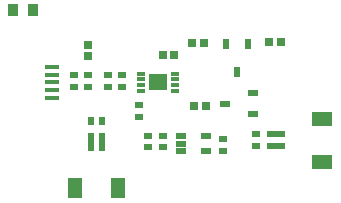
<source format=gtp>
G04*
G04 #@! TF.GenerationSoftware,Altium Limited,Altium Designer,21.6.4 (81)*
G04*
G04 Layer_Color=8421504*
%FSLAX44Y44*%
%MOMM*%
G71*
G04*
G04 #@! TF.SameCoordinates,8A05593B-3552-4C3B-B2EF-5CC55372FEEF*
G04*
G04*
G04 #@! TF.FilePolarity,Positive*
G04*
G01*
G75*
%ADD14R,0.7800X0.6000*%
%ADD15R,0.7000X0.7800*%
%ADD16R,0.5500X0.9500*%
%ADD17R,0.9500X0.5500*%
%ADD18R,1.5500X0.6000*%
%ADD19R,1.8000X1.2000*%
%ADD20R,0.8500X0.5000*%
%ADD21R,0.6000X1.5500*%
%ADD22R,1.2000X1.8000*%
%ADD23R,0.6000X0.7800*%
%ADD24R,1.6300X1.4300*%
%ADD25R,0.7000X0.3500*%
%ADD26R,0.7800X0.7000*%
%ADD27R,1.3000X0.4500*%
%ADD28R,0.9000X1.0000*%
D14*
X134000Y81000D02*
D03*
Y71000D02*
D03*
X233000Y46000D02*
D03*
Y56000D02*
D03*
X205000Y52000D02*
D03*
Y42000D02*
D03*
X154000Y55000D02*
D03*
Y45000D02*
D03*
X142000Y55000D02*
D03*
Y45000D02*
D03*
X120000Y106000D02*
D03*
Y96000D02*
D03*
X108000Y106000D02*
D03*
Y96000D02*
D03*
X91000Y106000D02*
D03*
Y96000D02*
D03*
X79000Y106000D02*
D03*
Y96000D02*
D03*
D15*
X164000Y123000D02*
D03*
X154000D02*
D03*
X189000Y133000D02*
D03*
X179000D02*
D03*
X254000Y134000D02*
D03*
X244000D02*
D03*
X181000Y80000D02*
D03*
X191000D02*
D03*
D16*
X226000Y132900D02*
D03*
X208000D02*
D03*
X217000Y109100D02*
D03*
D17*
X207100Y82000D02*
D03*
X230900Y91000D02*
D03*
Y73000D02*
D03*
D18*
X250250Y46000D02*
D03*
Y56000D02*
D03*
D19*
X289000Y33000D02*
D03*
Y69000D02*
D03*
D20*
X190500Y54500D02*
D03*
Y41500D02*
D03*
X169500D02*
D03*
Y48000D02*
D03*
Y54500D02*
D03*
D21*
X93000Y49750D02*
D03*
X103000D02*
D03*
D22*
X80000Y11000D02*
D03*
X116000D02*
D03*
D23*
X93000Y67000D02*
D03*
X103000D02*
D03*
D24*
X150000Y100000D02*
D03*
D25*
X164500Y92500D02*
D03*
Y97500D02*
D03*
Y102500D02*
D03*
Y107500D02*
D03*
X135500Y92500D02*
D03*
Y97500D02*
D03*
Y102500D02*
D03*
Y107500D02*
D03*
D26*
X91000Y122000D02*
D03*
Y132000D02*
D03*
D27*
X60000Y87000D02*
D03*
X60000Y93500D02*
D03*
Y100000D02*
D03*
Y106500D02*
D03*
Y113000D02*
D03*
D28*
X27750Y161000D02*
D03*
X44250D02*
D03*
M02*

</source>
